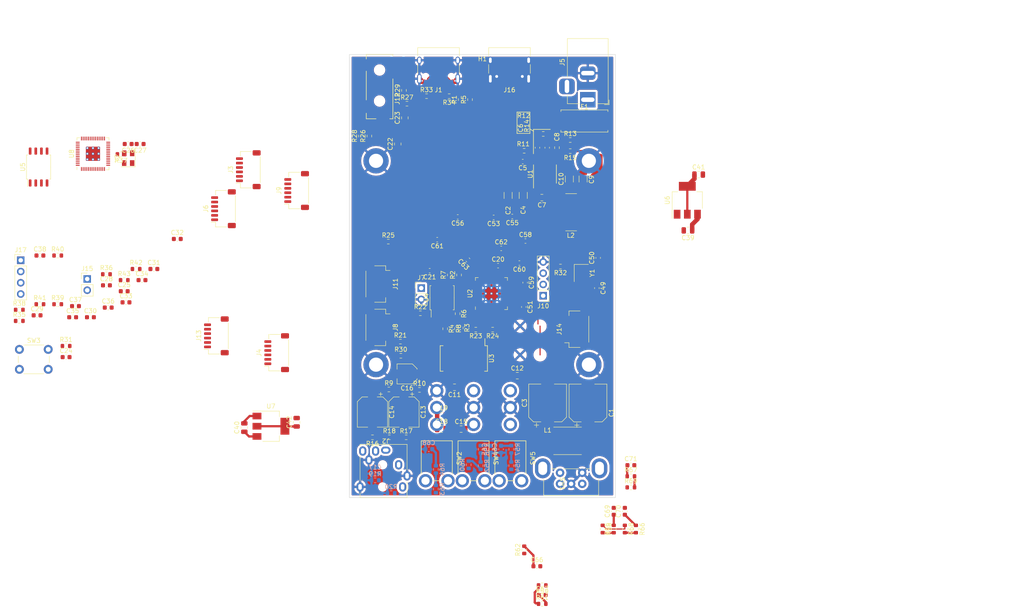
<source format=kicad_pcb>
(kicad_pcb (version 20210824) (generator pcbnew)

  (general
    (thickness 1.6)
  )

  (paper "A4")
  (layers
    (0 "F.Cu" signal)
    (31 "B.Cu" signal)
    (32 "B.Adhes" user "B.Adhesive")
    (33 "F.Adhes" user "F.Adhesive")
    (34 "B.Paste" user)
    (35 "F.Paste" user)
    (36 "B.SilkS" user "B.Silkscreen")
    (37 "F.SilkS" user "F.Silkscreen")
    (38 "B.Mask" user)
    (39 "F.Mask" user)
    (40 "Dwgs.User" user "User.Drawings")
    (41 "Cmts.User" user "User.Comments")
    (42 "Eco1.User" user "User.Eco1")
    (43 "Eco2.User" user "User.Eco2")
    (44 "Edge.Cuts" user)
    (45 "Margin" user)
    (46 "B.CrtYd" user "B.Courtyard")
    (47 "F.CrtYd" user "F.Courtyard")
    (48 "B.Fab" user)
    (49 "F.Fab" user)
  )

  (setup
    (stackup
      (layer "F.SilkS" (type "Top Silk Screen"))
      (layer "F.Paste" (type "Top Solder Paste"))
      (layer "F.Mask" (type "Top Solder Mask") (color "Green") (thickness 0.01))
      (layer "F.Cu" (type "copper") (thickness 0.035))
      (layer "dielectric 1" (type "core") (thickness 1.51) (material "FR4") (epsilon_r 4.5) (loss_tangent 0.02))
      (layer "B.Cu" (type "copper") (thickness 0.035))
      (layer "B.Mask" (type "Bottom Solder Mask") (color "Green") (thickness 0.01))
      (layer "B.Paste" (type "Bottom Solder Paste"))
      (layer "B.SilkS" (type "Bottom Silk Screen"))
      (copper_finish "None")
      (dielectric_constraints no)
    )
    (pad_to_mask_clearance 0)
    (pcbplotparams
      (layerselection 0x00010fc_ffffffff)
      (disableapertmacros false)
      (usegerberextensions false)
      (usegerberattributes true)
      (usegerberadvancedattributes true)
      (creategerberjobfile true)
      (svguseinch false)
      (svgprecision 6)
      (excludeedgelayer true)
      (plotframeref false)
      (viasonmask false)
      (mode 1)
      (useauxorigin false)
      (hpglpennumber 1)
      (hpglpenspeed 20)
      (hpglpendiameter 15.000000)
      (dxfpolygonmode true)
      (dxfimperialunits true)
      (dxfusepcbnewfont true)
      (psnegative false)
      (psa4output false)
      (plotreference true)
      (plotvalue true)
      (plotinvisibletext false)
      (sketchpadsonfab false)
      (subtractmaskfromsilk false)
      (outputformat 1)
      (mirror false)
      (drillshape 1)
      (scaleselection 1)
      (outputdirectory "")
    )
  )

  (net 0 "")
  (net 1 "/Power Supply/19V_ANALOG")
  (net 2 "/Processor/~{RST}")
  (net 3 "/Processor/SWCLK")
  (net 4 "/Front/MIC2")
  (net 5 "/Front/MIC1")
  (net 6 "+5V")
  (net 7 "/Processor/SWDIO")
  (net 8 "/Front/BT2")
  (net 9 "/Front/BT1")
  (net 10 "GND")
  (net 11 "Net-(R58-Pad2)")
  (net 12 "Net-(R59-Pad2)")
  (net 13 "/Front/PWR")
  (net 14 "Net-(C1-Pad1)")
  (net 15 "/Front/ENC_SW")
  (net 16 "Net-(C5-Pad1)")
  (net 17 "Net-(C6-Pad1)")
  (net 18 "Net-(C7-Pad1)")
  (net 19 "Net-(C7-Pad2)")
  (net 20 "Net-(C8-Pad1)")
  (net 21 "+3.3VA")
  (net 22 "Net-(F1-Pad2)")
  (net 23 "/Front/ENC_A")
  (net 24 "/Front/ENC_B")
  (net 25 "Net-(R11-Pad1)")
  (net 26 "Net-(R13-Pad1)")
  (net 27 "+3V3")
  (net 28 "Net-(C22-Pad1)")
  (net 29 "Net-(C50-Pad2)")
  (net 30 "Net-(R52-Pad2)")
  (net 31 "Net-(R54-Pad2)")
  (net 32 "Net-(C23-Pad1)")
  (net 33 "Net-(R60-Pad2)")
  (net 34 "Net-(R63-Pad2)")
  (net 35 "Net-(R66-Pad2)")
  (net 36 "Net-(R67-Pad2)")
  (net 37 "/Headphone Amplifier/SDA")
  (net 38 "/Headphone Amplifier/SCL")
  (net 39 "/Headphone Amplifier/WS")
  (net 40 "/Headphone Amplifier/HP_DETECT")
  (net 41 "Net-(C11-Pad1)")
  (net 42 "Net-(C13-Pad1)")
  (net 43 "Net-(C13-Pad2)")
  (net 44 "Net-(C14-Pad1)")
  (net 45 "Net-(C14-Pad2)")
  (net 46 "Net-(C16-Pad1)")
  (net 47 "Net-(C16-Pad2)")
  (net 48 "Net-(J2-PadR2)")
  (net 49 "Net-(J2-PadS)")
  (net 50 "Net-(R3-Pad2)")
  (net 51 "Net-(R4-Pad2)")
  (net 52 "Net-(R6-Pad2)")
  (net 53 "Net-(R8-Pad2)")
  (net 54 "Net-(R9-Pad2)")
  (net 55 "Net-(R10-Pad2)")
  (net 56 "+1V1")
  (net 57 "/Processor/USB_DETECT")
  (net 58 "/Processor/USB_DM")
  (net 59 "/Processor/USB_DP")
  (net 60 "Net-(U2-Pad51)")
  (net 61 "Net-(U2-Pad53)")
  (net 62 "Net-(U2-Pad54)")
  (net 63 "Net-(U2-Pad55)")
  (net 64 "Net-(J7-Pad1)")
  (net 65 "Net-(C49-Pad2)")
  (net 66 "Net-(U2-Pad52)")
  (net 67 "Net-(C22-Pad2)")
  (net 68 "Net-(C23-Pad2)")
  (net 69 "Net-(J12-PadR)")
  (net 70 "Net-(J12-PadT)")
  (net 71 "Net-(R22-Pad2)")
  (net 72 "Net-(J1-PadA4)")
  (net 73 "Net-(J1-PadA6)")
  (net 74 "Net-(J1-PadA7)")
  (net 75 "Net-(J1-PadA5)")
  (net 76 "Net-(J1-PadB5)")
  (net 77 "Net-(R32-Pad2)")
  (net 78 "/~{RST}")
  (net 79 "Net-(J15-Pad1)")
  (net 80 "Net-(J16-PadA6)")
  (net 81 "Net-(J16-PadB5)")
  (net 82 "Net-(J16-PadA7)")
  (net 83 "Net-(J16-PadA5)")
  (net 84 "Net-(J16-PadA4)")
  (net 85 "/Processor 2/SWCLK")
  (net 86 "/Processor 2/SWDIO")
  (net 87 "Net-(R35-Pad2)")
  (net 88 "Net-(R37-Pad2)")
  (net 89 "/Processor 2/USB_DP")
  (net 90 "/Processor 2/USB_DM")
  (net 91 "/Processor 2/USB_DETECT")
  (net 92 "Net-(U5-Pad2)")
  (net 93 "Net-(U5-Pad3)")
  (net 94 "Net-(U5-Pad5)")
  (net 95 "Net-(U5-Pad6)")
  (net 96 "Net-(U5-Pad7)")
  (net 97 "Net-(U8-Pad20)")
  (net 98 "Net-(R37-Pad1)")

  (footprint "Resistor_SMD:R_0603_1608Metric" (layer "F.Cu") (at 200.1 40.175 90))

  (footprint "Resistor_SMD:R_0603_1608Metric" (layer "F.Cu") (at 202.2 40.175 90))

  (footprint "Resistor_SMD:R_0603_1608Metric" (layer "F.Cu") (at 197.63 79.76 90))

  (footprint "Resistor_SMD:R_0603_1608Metric" (layer "F.Cu") (at 199.73 79.76 90))

  (footprint "Package_SO:Diodes_SO-8EP" (layer "F.Cu") (at 219.09 56.97 90))

  (footprint "Connector_BarrelJack:BarrelJack_Horizontal" (layer "F.Cu") (at 228.7575 40.2 -90))

  (footprint "Capacitor_SMD:C_0603_1608Metric" (layer "F.Cu") (at 214.09 54.17 180))

  (footprint "Capacitor_SMD:C_0805_2012Metric" (layer "F.Cu") (at 218.4 62.3 180))

  (footprint "Resistor_SMD:R_0603_1608Metric" (layer "F.Cu") (at 214.41 51.73 180))

  (footprint "Resistor_SMD:R_0603_1608Metric" (layer "F.Cu") (at 218.71 47.93 180))

  (footprint "Resistor_SMD:R_0603_1608Metric" (layer "F.Cu") (at 224.8 49.3))

  (footprint "Resistor_SMD:R_0603_1608Metric" (layer "F.Cu") (at 221.81 51.03 90))

  (footprint "Resistor_SMD:R_0603_1608Metric" (layer "F.Cu") (at 224.8 51.8))

  (footprint "Capacitor_SMD:CP_Elec_8x10" (layer "F.Cu") (at 228.8 108.6575 90))

  (footprint "Capacitor_SMD:C_1206_3216Metric" (layer "F.Cu") (at 210.79 61.8 90))

  (footprint "Capacitor_SMD:CP_Elec_8x10" (layer "F.Cu") (at 219.7 108.65 90))

  (footprint "Capacitor_SMD:C_1206_3216Metric" (layer "F.Cu") (at 214.2 61.8 90))

  (footprint "Inductor_SMD:L_Bourns-SRN8040_8x8.15mm" (layer "F.Cu") (at 225 65.6 180))

  (footprint "Inductor_SMD:L_Taiyo-Yuden_NR-60xx" (layer "F.Cu") (at 224.2 117.2))

  (footprint "Package_TO_SOT_SMD:SOT-223-3_TabPin2" (layer "F.Cu") (at 251.2 62.89 90))

  (footprint "Resistor_SMD:R_0603_1608Metric" (layer "F.Cu") (at 126.89 78.41))

  (footprint "Resistor_SMD:R_0603_1608Metric" (layer "F.Cu") (at 109.21 75.37))

  (footprint "Resistor_SMD:R_0603_1608Metric" (layer "F.Cu") (at 238.475 125.2))

  (footprint "Connector_PinHeader_2.54mm:PinHeader_1x02_P2.54mm_Vertical" (layer "F.Cu") (at 115.87 80.66))

  (footprint "Resistor_SMD:R_0603_1608Metric" (layer "F.Cu") (at 196.6 91.9 -90))

  (footprint "Capacitor_SMD:C_0603_1608Metric" (layer "F.Cu") (at 128.22 80.92))

  (footprint "Capacitor_SMD:C_0805_2012Metric" (layer "F.Cu") (at 251.35 69.7 180))

  (footprint "Resistor_SMD:R_0603_1608Metric" (layer "F.Cu") (at 109.21 86.36))

  (footprint "HackAmp-Footprints:Jack_3.5mm_Switchcraft_35RASMT4BHNTRX_Horizontal" (layer "F.Cu") (at 181.8 37))

  (footprint "Capacitor_SMD:CP_Elec_4x5.4" (layer "F.Cu") (at 188 102.1 180))

  (footprint "Resistor_SMD:R_0603_1608Metric" (layer "F.Cu") (at 184 116.4))

  (footprint "Capacitor_SMD:C_0603_1608Metric" (layer "F.Cu") (at 104.56 88.87))

  (footprint "Resistor_SMD:R_0603_1608Metric" (layer "F.Cu") (at 199.4 88.5 -90))

  (footprint "Resistor_SMD:R_0603_1608Metric" (layer "F.Cu") (at 238.475 127.7))

  (footprint "Capacitor_SMD:C_0603_1608Metric" (layer "F.Cu") (at 234.615493 133.1 90))

  (footprint "Resistor_SMD:R_0603_1608Metric" (layer "F.Cu") (at 192.4 39.4))

  (footprint "Connector_JST:JST_SH_SM06B-SRSS-TB_1x06-1MP_P1.00mm_Horizontal" (layer "F.Cu") (at 226.3 92 90))

  (footprint "Package_SO:SOIC-8_5.23x5.23mm_P1.27mm" (layer "F.Cu") (at 195.9 84.9 90))

  (footprint "Connector_USB:USB_C_Receptacle_HRO_TYPE-C-31-M-12" (layer "F.Cu") (at 211.1 32.35 180))

  (footprint "Connector_JST:JST_SH_SM06B-SRSS-TB_1x06-1MP_P1.00mm_Horizontal" (layer "F.Cu") (at 145 93.5 90))

  (footprint "Package_SO:SOIC-8_5.23x5.23mm_P1.27mm" (layer "F.Cu") (at 104.9 55.4 90))

  (footprint "Capacitor_SMD:C_0603_1608Metric" (layer "F.Cu") (at 214.33 86.985 -90))

  (footprint "Resistor_SMD:R_0603_1608Metric" (layer "F.Cu") (at 111.1 95.79))

  (footprint "Capacitor_SMD:C_0603_1608Metric" (layer "F.Cu") (at 136.18 71.63))

  (footprint "Connector_JST:JST_SH_SM06B-SRSS-TB_1x06-1MP_P1.00mm_Horizontal" (layer "F.Cu") (at 158.6 97.3 90))

  (footprint "Resistor_SMD:R_0603_1608Metric" (layer "F.Cu") (at 218.475 149.8 180))

  (footprint "Capacitor_SMD:C_0603_1608Metric" (layer "F.Cu") (at 238.475 122.7))

  (footprint "Capacitor_SMD:CP_Elec_6.3x7.7" (layer "F.Cu") (at 180.2 110.7 -90))

  (footprint "Resistor_SMD:R_0603_1608Metric" (layer "F.Cu") (at 183.77 72.23))

  (footprint "Capacitor_SMD:C_1206_3216Metric" (layer "F.Cu") (at 224.6 58.1 90))

  (footprint "Capacitor_SMD:C_0603_1608Metric" (layer "F.Cu") (at 105.2 75.37))

  (footprint "Connector_JST:JST_SH_SM06B-SRSS-TB_1x06-1MP_P1.00mm_Horizontal" (layer "F.Cu")
    (tedit 5B78AD87) (tstamp 44f13e3c-ff8c-417b-9fed-4c1d563ea9a7)
    (at 181.4 81.8 -90)
    (descr "JST SH series connector, SM06B-SRSS-TB (http://www.jst-mfg.com/product/pdf/eng/eSH.pdf), generated with kicad-footprint-generator")
    (tags "connector JST SH top entry")
    (property "Sheetfile" "processor.kicad_sch")
    (property "Sheetname" "Processor")
    (path "/00000000-0000-0000-0000-00005fa5bd7a/1ae53aa1-442f-433c-b105-16b577597205")
    (attr smd)
    (fp_text reference "J11" (at 0 -3.98 90) (layer "F.SilkS")
      (effects (font (size 1 1) (thickness 0.15)))
      (tstamp 12abd576-8c3a-4ec7-86b0-09a924501e61)
    )
    (fp_text value "BUS3" (at 0 3.98 90) (layer "F.Fab")
      (effects (font (size 1 1) (thickness 0.15)))
      (tstamp 027eb34d-03f3-4e82-925b-36e24ec88070)
    )
    (fp_text user "${REFERENCE}" (at 0 0 90) (layer "F.Fab")
      (effects (font (size 1 1) (thickness 0.15)))
      (tstamp a10e70a3-bd63-4dc5-b3b9-ba37d40f9a95)
    )
    (fp_line (start -4.11 0.715) (end -4.11 -1.785) (layer "F.SilkS") (width 0.12) (tstamp 092d7c6b-4f73-4271-80d4-5bc3ace55590))
    (fp_line (start -3.06 -1.785) (end -3.06 -2.775) (layer "F.SilkS") (width 0.12) (tstamp 4533cc1a-700d-4c0f-b3d4-d28330ef65d1))
    (fp_line (start 4.11 -1.785) (end 3.06 -1.785) (layer "F.SilkS") (width 0.12) (tstamp 6eb80ed7-053c-4e25-b670-6abd9c3d7c2e))
    (fp_line (start 4.11 0.715) (end 4.11 -1.785) (layer "F.SilkS") (width 0.12) (tstamp 9cee1f25-5c60-4ee8-be26-0a81ddb89a14))
    (fp_line (start -4.11 -1.785) (end -3.06 -1.785) (layer "F.SilkS") (width 0.12) (tstamp 9ff3dcd3-e487-4840-99f9-f1d72d70aa4d))
    (fp_line (start -2.94 2.685) (end 2.94 2.685) (layer "F.SilkS") (width 0.12) (tstamp da4848e8-c8fd-49aa-a12d-b45ed243a3da))
    (fp_line (start 4.9 -3.28) (end -4.9 -3.28) (layer "F.CrtYd") (width 0.05) (tstam
... [1290135 chars truncated]
</source>
